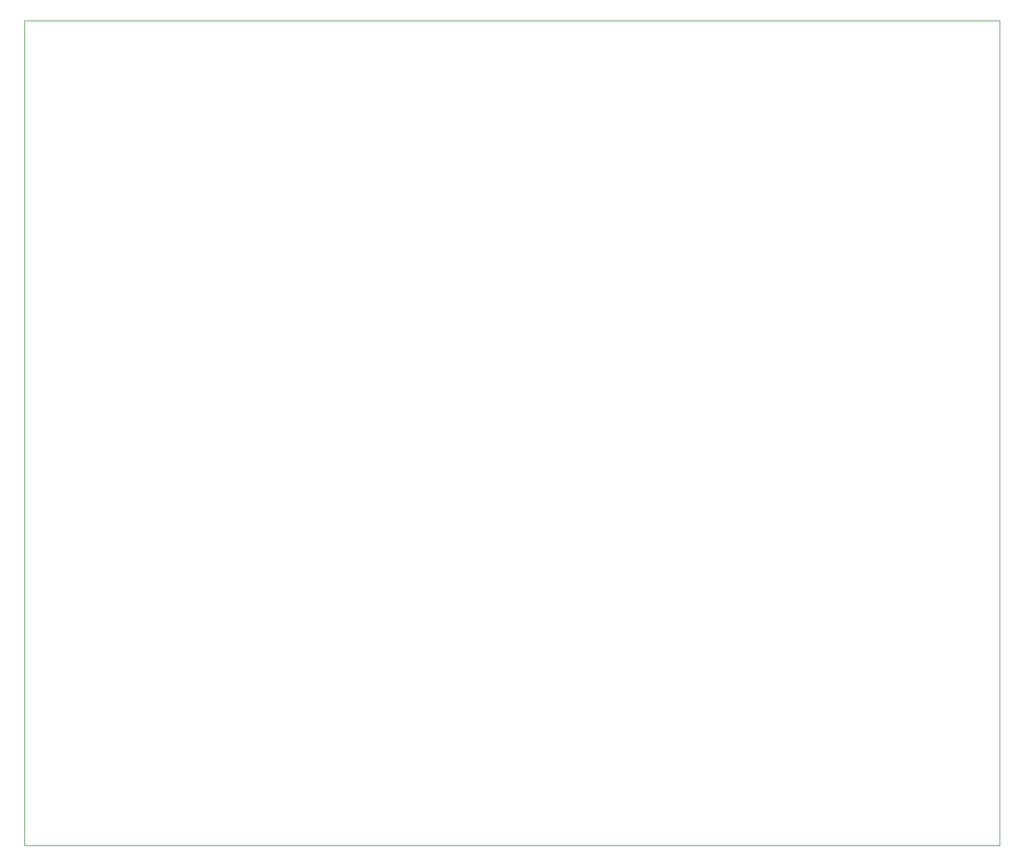
<source format=gbr>
G04 #@! TF.GenerationSoftware,KiCad,Pcbnew,(5.1.4)-1*
G04 #@! TF.CreationDate,2019-10-02T08:10:23+02:00*
G04 #@! TF.ProjectId,I2C_IO,4932435f-494f-42e6-9b69-6361645f7063,rev?*
G04 #@! TF.SameCoordinates,Original*
G04 #@! TF.FileFunction,Profile,NP*
%FSLAX46Y46*%
G04 Gerber Fmt 4.6, Leading zero omitted, Abs format (unit mm)*
G04 Created by KiCad (PCBNEW (5.1.4)-1) date 2019-10-02 08:10:23*
%MOMM*%
%LPD*%
G04 APERTURE LIST*
%ADD10C,0.050000*%
G04 APERTURE END LIST*
D10*
X132080000Y-35560000D02*
X264160000Y-35560000D01*
X132080000Y-147320000D02*
X132080000Y-35560000D01*
X264160000Y-147320000D02*
X132080000Y-147320000D01*
X264160000Y-35560000D02*
X264160000Y-147320000D01*
M02*

</source>
